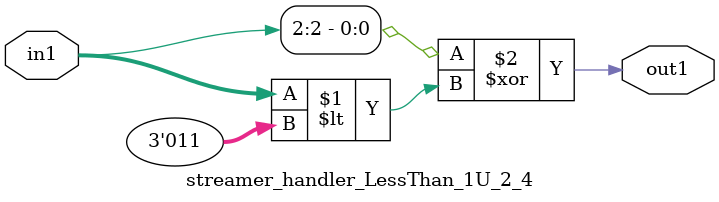
<source format=v>

`timescale 1ps / 1ps


module streamer_handler_LessThan_1U_2_4( in1, out1 );

    input [2:0] in1;
    output out1;

    
    // rtl_process:streamer_handler_LessThan_1U_2_4/streamer_handler_LessThan_1U_2_4_thread_1
    assign out1 = (in1[2] ^ in1 < 3'd3);

endmodule



</source>
